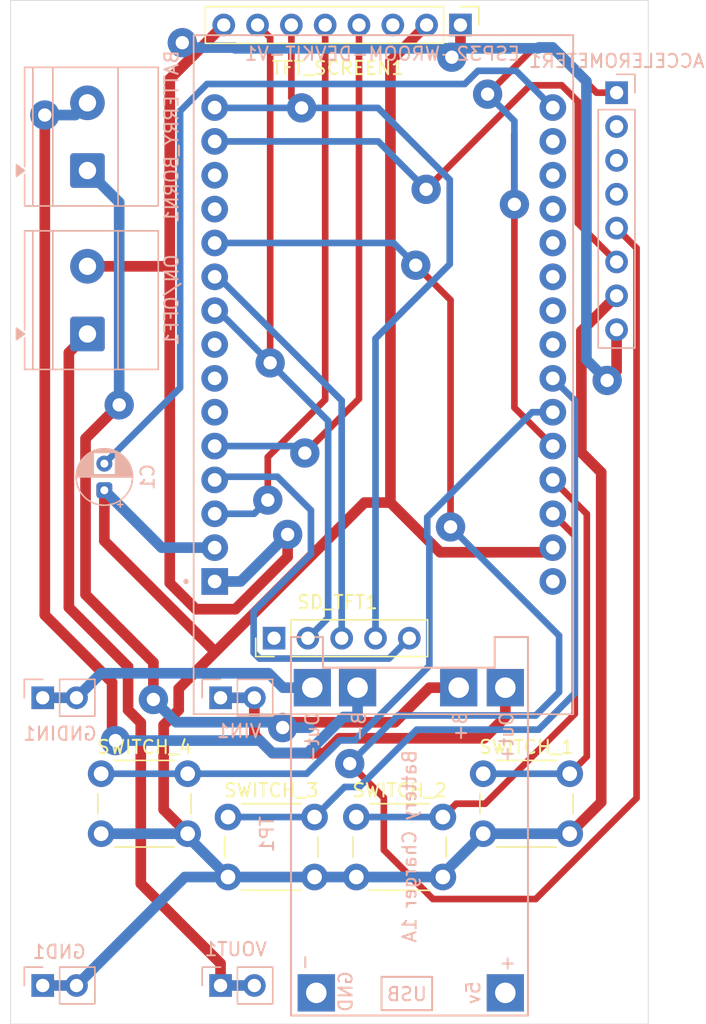
<source format=kicad_pcb>
(kicad_pcb (version 20241229) (generator "pcbnew") (generator_version "9.0")
  (layers (0 "F.Cu" signal) (2 "B.Cu" signal) (13 "F.Paste" user) (15 "B.Paste" user) (5 "F.SilkS" user "F.Silkscreen") (7 "B.SilkS" user "B.Silkscreen") (1 "F.Mask" user) (3 "B.Mask" user) (25 "Edge.Cuts" user))
  (net 0 "")
  (net 1 "VCC_IN")
  (net 2 "VCC")
  (net 4 "TFT_A0")
  (net 5 "SD_MISO")
  (net 6 "Net-(ESP32-WROOM-DEVKIT-V1-EN)")
  (net 9 "AC_SCL")
  (net 12 "SD_MOSI")
  (net 14 "SW_3")
  (net 15 "SW_1")
  (net 17 "SW_2")
  (net 18 "GND")
  (net 19 "TFT_RES")
  (net 21 "AC_SDA")
  (net 22 "SW_4")
  (net 25 "AC_TRIG")
  (net 29 "SD_CS")
  (net 30 "SD_SCK")
  (net 33 "TFT_CS")
  (net 34 "SD_CD")
  (net 35 "BATTERY -")
  (net 36 "BATTERY +")
  (net 37 "GNDIN")
  (net 38 "VIN")
  (footprint "Connector_PinHeader_2.54mm:PinHeader_1x05_P2.54mm_Vertical" (layer "F.Cu") (at 121.99 120.81 90)
    (property "Reference" "SD_TFT1" (at 2.7 4.76 0) (layer "F.SilkS"))
    (property "Value" "~" (hide yes))
    (pad "1" thru_hole rect (at 0 0 90) (size 1.7 1.7) (drill 1) (layers "*.Cu" "*.Mask") (net 34 "SD_CD"))
    (pad "2" thru_hole circle (at 0 2.54 90) (size 1.7 1.7) (drill 1) (layers "*.Cu" "*.Mask") (net 30 "SD_SCK"))
    (pad "3" thru_hole circle (at 0 5.08 90) (size 1.7 1.7) (drill 1) (layers "*.Cu" "*.Mask") (net 5 "SD_MISO"))
    (pad "4" thru_hole circle (at 0 7.62 90) (size 1.7 1.7) (drill 1) (layers "*.Cu" "*.Mask") (net 12 "SD_MOSI"))
    (pad "5" thru_hole circle (at 0 10.16 90) (size 1.7 1.7) (drill 1) (layers "*.Cu" "*.Mask") (net 29 "SD_CS"))
  )
  (footprint "Button_Switch_THT:SW_PUSH_6mm" (layer "F.Cu") (at 128.17 134.23)
    (property "Reference" "SWITCH_2" (at 3.25 -2 0) (layer "F.SilkS"))
    (property "Value" "~" (hide yes))
    (pad "1" thru_hole circle (at 0 0 90) (size 2 2) (drill 1.1) (layers "*.Cu" "*.Mask") (net 17 "SW_2"))
    (pad "1" thru_hole circle (at 6.5 0 90) (size 2 2) (drill 1.1) (layers "*.Cu" "*.Mask") (net 17 "SW_2"))
    (pad "2" thru_hole circle (at 0 4.5 90) (size 2 2) (drill 1.1) (layers "*.Cu" "*.Mask") (net 18 "GND"))
    (pad "2" thru_hole circle (at 6.5 4.5 90) (size 2 2) (drill 1.1) (layers "*.Cu" "*.Mask") (net 18 "GND"))
  )
  (footprint "Button_Switch_THT:SW_PUSH_6mm" (layer "F.Cu") (at 109 130.98)
    (property "Reference" "SWITCH_4" (at 3.25 -2 0) (layer "F.SilkS"))
    (property "Value" "~" (hide yes))
    (pad "1" thru_hole circle (at 0 0 90) (size 2 2) (drill 1.1) (layers "*.Cu" "*.Mask") (net 22 "SW_4"))
    (pad "1" thru_hole circle (at 6.5 0 90) (size 2 2) (drill 1.1) (layers "*.Cu" "*.Mask") (net 22 "SW_4"))
    (pad "2" thru_hole circle (at 0 4.5 90) (size 2 2) (drill 1.1) (layers "*.Cu" "*.Mask") (net 18 "GND"))
    (pad "2" thru_hole circle (at 6.5 4.5 90) (size 2 2) (drill 1.1) (layers "*.Cu" "*.Mask") (net 18 "GND"))
  )
  (footprint "Button_Switch_THT:SW_PUSH_6mm" (layer "F.Cu") (at 137.7 130.98)
    (property "Reference" "SWITCH_1" (at 3.25 -2 0) (layer "F.SilkS"))
    (property "Value" "~" (hide yes))
    (pad "1" thru_hole circle (at 0 0 90) (size 2 2) (drill 1.1) (layers "*.Cu" "*.Mask") (net 15 "SW_1"))
    (pad "1" thru_hole circle (at 6.5 0 90) (size 2 2) (drill 1.1) (layers "*.Cu" "*.Mask") (net 15 "SW_1"))
    (pad "2" thru_hole circle (at 0 4.5 90) (size 2 2) (drill 1.1) (layers "*.Cu" "*.Mask") (net 18 "GND"))
    (pad "2" thru_hole circle (at 6.5 4.5 90) (size 2 2) (drill 1.1) (layers "*.Cu" "*.Mask") (net 18 "GND"))
  )
  (footprint "Button_Switch_THT:SW_PUSH_6mm" (layer "F.Cu") (at 118.53 134.23)
    (property "Reference" "SWITCH_3" (at 3.25 -2 0) (layer "F.SilkS"))
    (property "Value" "~" (hide yes))
    (pad "1" thru_hole circle (at 0 0 90) (size 2 2) (drill 1.1) (layers "*.Cu" "*.Mask") (net 14 "SW_3"))
    (pad "1" thru_hole circle (at 6.5 0 90) (size 2 2) (drill 1.1) (layers "*.Cu" "*.Mask") (net 14 "SW_3"))
    (pad "2" thru_hole circle (at 0 4.5 90) (size 2 2) (drill 1.1) (layers "*.Cu" "*.Mask") (net 18 "GND"))
    (pad "2" thru_hole circle (at 6.5 4.5 90) (size 2 2) (drill 1.1) (layers "*.Cu" "*.Mask") (net 18 "GND"))
  )
  (footprint "Connector_PinHeader_2.54mm:PinHeader_1x08_P2.54mm_Vertical" (layer "F.Cu") (at 135.99 74.8 -90)
    (property "Reference" "TFT_SCREEN1" (at 3.23 9.2 0) (layer "F.SilkS"))
    (property "Value" "~" (hide yes))
    (pad "1" thru_hole rect (at 0 0 270) (size 1.7 1.7) (drill 1) (layers "*.Cu" "*.Mask") (net 2 "VCC"))
    (pad "2" thru_hole circle (at 0 2.54 270) (size 1.7 1.7) (drill 1) (layers "*.Cu" "*.Mask") (net 18 "GND"))
    (pad "3" thru_hole circle (at 0 5.08 270) (size 1.7 1.7) (drill 1) (layers "*.Cu" "*.Mask") (net 33 "TFT_CS"))
    (pad "4" thru_hole circle (at 0 7.62 270) (size 1.7 1.7) (drill 1) (layers "*.Cu" "*.Mask") (net 19 "TFT_RES"))
    (pad "5" thru_hole circle (at 0 10.16 270) (size 1.7 1.7) (drill 1) (layers "*.Cu" "*.Mask") (net 4 "TFT_A0"))
    (pad "6" thru_hole circle (at 0 12.7 270) (size 1.7 1.7) (drill 1) (layers "*.Cu" "*.Mask") (net 12 "SD_MOSI"))
    (pad "7" thru_hole circle (at 0 15.24 270) (size 1.7 1.7) (drill 1) (layers "*.Cu" "*.Mask") (net 30 "SD_SCK"))
    (pad "8" thru_hole circle (at 0 17.78 270) (size 1.7 1.7) (drill 1) (layers "*.Cu" "*.Mask") (net 2 "VCC"))
  )
  (footprint "Connector_PinHeader_2.54mm:PinHeader_1x02_P2.54mm_Vertical" (layer "B.Cu") (at 104.61 146.87 -90)
    (property "Reference" "GND1" (at -2.52 -1.23675 180) (layer "B.SilkS") (effects (justify mirror)))
    (property "Value" "~" (hide yes))
    (pad "1" thru_hole rect (at 0 0 270) (size 1.7 1.7) (drill 1) (layers "*.Cu" "*.Mask") (net 18 "GND"))
    (pad "2" thru_hole circle (at 0 -2.54 270) (size 1.7 1.7) (drill 1) (layers "*.Cu" "*.Mask") (net 18 "GND"))
  )
  (footprint "Connector_PinHeader_2.54mm:PinHeader_1x02_P2.54mm_Vertical" (layer "B.Cu") (at 104.61 125.28 -90)
    (property "Reference" "GNDIN1" (at 2.7 -1.29675 0) (layer "B.SilkS") (effects (justify mirror)))
    (property "Value" "~" (hide yes))
    (pad "1" thru_hole rect (at 0 0 270) (size 1.7 1.7) (drill 1) (layers "*.Cu" "*.Mask") (net 37 "GNDIN"))
    (pad "2" thru_hole circle (at 0 -2.54 270) (size 1.7 1.7) (drill 1) (layers "*.Cu" "*.Mask") (net 37 "GNDIN"))
  )
  (footprint "Connector_PinHeader_2.54mm:PinHeader_1x02_P2.54mm_Vertical" (layer "B.Cu") (at 117.97 146.87 -90)
    (property "Reference" "VOUT1" (at -2.72 -1.13675 180) (layer "B.SilkS") (effects (justify mirror)))
    (property "Value" "~" (hide yes))
    (pad "1" thru_hole rect (at 0 0 270) (size 1.7 1.7) (drill 1) (layers "*.Cu" "*.Mask") (net 1 "VCC_IN"))
    (pad "2" thru_hole circle (at 0 -2.54 270) (size 1.7 1.7) (drill 1) (layers "*.Cu" "*.Mask") (net 1 "VCC_IN"))
  )
  (footprint "Library:MODULE_ESP32_DEVKIT_V1" (layer "B.Cu") (at 130.23 101.04)
    (property "Reference" "ESP32-WROOM-DEVKIT-V1" (at -0.1075 -24.08 180) (layer "B.SilkS") (effects (justify mirror)))
    (property "Value" "~" (hide yes))
    (pad "" np_thru_hole circle (at -12.28 -23.475) (size 0.01 0.01) (drill 0.01) (layers "*.Cu" "*.Mask"))
    (pad "" np_thru_hole circle (at -12.28 23.475) (size 0.01 0.01) (drill 0.01) (layers "*.Cu" "*.Mask"))
    (pad "" np_thru_hole circle (at 12.23 -23.475) (size 0.01 0.01) (drill 0.01) (layers "*.Cu" "*.Mask"))
    (pad "" np_thru_hole circle (at 12.23 23.475) (size 0.01 0.01) (drill 0.01) (layers "*.Cu" "*.Mask"))
    (pad "1" thru_hole rect (at -12.7 15.515) (size 2 2) (drill 1.02) (layers "*.Cu" "*.Mask") (net 2 "VCC"))
    (pad "2" thru_hole circle (at -12.7 12.975) (size 2 2) (drill 1.02) (layers "*.Cu" "*.Mask") (net 18 "GND"))
    (pad "3" thru_hole circle (at -12.7 10.435) (size 2 2) (drill 1.02) (layers "*.Cu" "*.Mask") (net 4 "TFT_A0"))
    (pad "4" thru_hole circle (at -12.7 7.895) (size 2 2) (drill 1.02) (layers "*.Cu" "*.Mask") (net 29 "SD_CS"))
    (pad "5" thru_hole circle (at -12.7 5.355) (size 2 2) (drill 1.02) (layers "*.Cu" "*.Mask") (net 19 "TFT_RES"))
    (pad "6" thru_hole circle (at -12.7 2.815) (size 2 2) (drill 1.02) (layers "*.Cu" "*.Mask"))
    (pad "7" thru_hole circle (at -12.7 0.275) (size 2 2) (drill 1.02) (layers "*.Cu" "*.Mask"))
    (pad "8" thru_hole circle (at -12.7 -2.265) (size 2 2) (drill 1.02) (layers "*.Cu" "*.Mask"))
    (pad "9" thru_hole circle (at -12.7 -4.805) (size 2 2) (drill 1.02) (layers "*.Cu" "*.Mask") (net 30 "SD_SCK"))
    (pad "10" thru_hole circle (at -12.7 -7.345) (size 2 2) (drill 1.02) (layers "*.Cu" "*.Mask") (net 5 "SD_MISO"))
    (pad "11" thru_hole circle (at -12.7 -9.885) (size 2 2) (drill 1.02) (layers "*.Cu" "*.Mask") (net 21 "AC_SDA"))
    (pad "12" thru_hole circle (at -12.7 -12.425) (size 2 2) (drill 1.02) (layers "*.Cu" "*.Mask"))
    (pad "13" thru_hole circle (at -12.7 -14.965) (size 2 2) (drill 1.02) (layers "*.Cu" "*.Mask"))
    (pad "14" thru_hole circle (at -12.7 -17.505) (size 2 2) (drill 1.02) (layers "*.Cu" "*.Mask") (net 9 "AC_SCL"))
    (pad "15" thru_hole circle (at -12.7 -20.045) (size 2 2) (drill 1.02) (layers "*.Cu" "*.Mask") (net 12 "SD_MOSI"))
    (pad "16" thru_hole circle (at 12.7 -20.045) (size 2 2) (drill 1.02) (layers "*.Cu" "*.Mask") (net 6 "Net-(ESP32-WROOM-DEVKIT-V1-EN)"))
    (pad "17" thru_hole circle (at 12.7 -17.505) (size 2 2) (drill 1.02) (layers "*.Cu" "*.Mask"))
    (pad "18" thru_hole circle (at 12.7 -14.965) (size 2 2) (drill 1.02) (layers "*.Cu" "*.Mask"))
    (pad "19" thru_hole circle (at 12.7 -12.425) (size 2 2) (drill 1.02) (layers "*.Cu" "*.Mask"))
    (pad "20" thru_hole circle (at 12.7 -9.885) (size 2 2) (drill 1.02) (layers "*.Cu" "*.Mask"))
    (pad "21" thru_hole circle (at 12.7 -7.345) (size 2 2) (drill 1.02) (layers "*.Cu" "*.Mask"))
    (pad "22" thru_hole circle (at 12.7 -4.805) (size 2 2) (drill 1.02) (layers "*.Cu" "*.Mask"))
    (pad "23" thru_hole circle (at 12.7 -2.265) (size 2 2) (drill 1.02) (layers "*.Cu" "*.Mask"))
    (pad "24" thru_hole circle (at 12.7 0.275) (size 2 2) (drill 1.02) (layers "*.Cu" "*.Mask") (net 14 "SW_3"))
    (pad "25" thru_hole circle (at 12.7 2.815) (size 2 2) (drill 1.02) (layers "*.Cu" "*.Mask") (net 22 "SW_4"))
    (pad "26" thru_hole circle (at 12.7 5.355) (size 2 2) (drill 1.02) (layers "*.Cu" "*.Mask") (net 25 "AC_TRIG"))
    (pad "27" thru_hole circle (at 12.7 7.895) (size 2 2) (drill 1.02) (layers "*.Cu" "*.Mask") (net 15 "SW_1"))
    (pad "28" thru_hole circle (at 12.7 10.435) (size 2 2) (drill 1.02) (layers "*.Cu" "*.Mask") (net 17 "SW_2"))
    (pad "29" thru_hole circle (at 12.7 12.975) (size 2 2) (drill 1.02) (layers "*.Cu" "*.Mask") (net 18 "GND"))
    (pad "30" thru_hole circle (at 12.7 15.515) (size 2 2) (drill 1.02) (layers "*.Cu" "*.Mask"))
  )
  (footprint "Connector_PinHeader_2.54mm:PinHeader_1x02_P2.54mm_Vertical" (layer "B.Cu") (at 117.97 125.28 -90)
    (property "Reference" "VIN1" (at 2.5 -1.38675 180) (layer "B.SilkS") (effects (justify mirror)))
    (property "Value" "~" (hide yes))
    (pad "1" thru_hole rect (at 0 0 270) (size 1.7 1.7) (drill 1) (layers "*.Cu" "*.Mask") (net 38 "VIN"))
    (pad "2" thru_hole circle (at 0 -2.54 270) (size 1.7 1.7) (drill 1) (layers "*.Cu" "*.Mask") (net 38 "VIN"))
  )
  (footprint "Connector_PinHeader_2.54mm:PinHeader_1x08_P2.54mm_Vertical" (layer "B.Cu") (at 147.72 79.88 180)
    (property "Reference" "ACCELEROMETER1" (at 0 2.38 0) (layer "B.SilkS") (effects (justify mirror)))
    (property "Value" "~" (hide yes))
    (pad "1" thru_hole rect (at 0 0 180) (size 1.7 1.7) (drill 1) (layers "*.Cu" "*.Mask") (net 25 "AC_TRIG"))
    (pad "2" thru_hole circle (at 0 -2.54 180) (size 1.7 1.7) (drill 1) (layers "*.Cu" "*.Mask"))
    (pad "3" thru_hole circle (at 0 -5.08 180) (size 1.7 1.7) (drill 1) (layers "*.Cu" "*.Mask"))
    (pad "4" thru_hole circle (at 0 -7.62 180) (size 1.7 1.7) (drill 1) (layers "*.Cu" "*.Mask"))
    (pad "5" thru_hole circle (at 0 -10.16 180) (size 1.7 1.7) (drill 1) (layers "*.Cu" "*.Mask") (net 21 "AC_SDA"))
    (pad "6" thru_hole circle (at 0 -12.7 180) (size 1.7 1.7) (drill 1) (layers "*.Cu" "*.Mask") (net 9 "AC_SCL"))
    (pad "7" thru_hole circle (at 0 -15.24 180) (size 1.7 1.7) (drill 1) (layers "*.Cu" "*.Mask") (net 18 "GND"))
    (pad "8" thru_hole circle (at 0 -17.78 180) (size 1.7 1.7) (drill 1) (layers "*.Cu" "*.Mask") (net 2 "VCC"))
  )
  (footprint "TerminalBlock_Phoenix:TerminalBlock_Phoenix_MKDS-1,5-2-5.08_1x02_P5.08mm_Horizontal" (layer "B.Cu") (at 107.97 97.985 90)
    (property "Reference" "ON/OFF1" (at 2.54 6.32 90) (layer "B.SilkS") (effects (justify mirror)))
    (property "Value" "~")
    (pad "1" thru_hole roundrect (at 0 0 90) (size 2.6 2.6) (drill 1.3) (layers "*.Cu" "*.Mask") (roundrect_rratio 0.096154) (net 1 "VCC_IN"))
    (pad "2" thru_hole circle (at 5.08 0 90) (size 2.6 2.6) (drill 1.3) (layers "*.Cu" "*.Mask") (net 2 "VCC"))
  )
  (footprint "Capacitor_THT:CP_Radial_D4.0mm_P2.00mm" (layer "B.Cu") (at 109.24 109.7126 90)
    (property "Reference" "C1" (at 1 3.25 90) (layer "B.SilkS") (effects (justify mirror)))
    (property "Value" "10uF")
    (pad "1" thru_hole roundrect (at 0 0 90) (size 1.2 1.2) (drill 0.6) (layers "*.Cu" "*.Mask") (roundrect_rratio 0.208333) (net 18 "GND"))
    (pad "2" thru_hole circle (at 2 0 90) (size 1.2 1.2) (drill 0.6) (layers "*.Cu" "*.Mask") (net 6 "Net-(ESP32-WROOM-DEVKIT-V1-EN)"))
  )
  (footprint "TerminalBlock_Phoenix:TerminalBlock_Phoenix_MKDS-1,5-2-5.08_1x02_P5.08mm_Horizontal" (layer "B.Cu") (at 107.97 85.72 90)
    (property "Reference" "BATTERRY_BORN1" (at 2.54 6.32 90) (layer "B.SilkS") (effects (justify mirror)))
    (property "Value" "~")
    (pad "1" thru_hole roundrect (at 0 0 90) (size 2.6 2.6) (drill 1.3) (layers "*.Cu" "*.Mask") (roundrect_rratio 0.096154) (net 36 "BATTERY +"))
    (pad "2" thru_hole circle (at 5.08 0 90) (size 2.6 2.6) (drill 1.3) (layers "*.Cu" "*.Mask") (net 35 "BATTERY -"))
  )
  (footprint "Library:TP4056-18650" (layer "B.Cu") (at 141.0625 149.1225 90)
    (property "Reference" "TP1" (at 13.6 -19.6 90) (layer "B.SilkS") (effects (justify mirror)))
    (property "Value" "~" (hide yes))
    (fp_text user "-" (at 4 -16.8 90) (layer "B.SilkS") (effects (justify mirror)))
    (fp_text user "Out+" (at 20.9 -1.6 90) (layer "B.SilkS") (effects (justify mirror)))
    (fp_text user "Out-" (at 20.9 -16.2 90) (layer "B.SilkS") (effects (justify mirror)))
    (fp_text user "B-" (at 21.7 -12.7 90) (layer "B.SilkS") (effects (justify mirror)))
    (fp_text user "B+" (at 21.7 -5.1 90) (layer "B.SilkS") (effects (justify mirror)))
    (fp_text user "5v" (at 1.7 -4.1 90) (layer "B.SilkS") (effects (justify mirror)))
    (fp_text user "+" (at 3.9 -1.6 90) (layer "B.SilkS") (effects (justify mirror)))
    (fp_text user "Battery Charger 1A" (at 12.7 -8.9 90) (layer "B.SilkS") (effects (justify mirror)))
    (fp_text user "GND" (at 1.8 -13.7 90) (layer "B.SilkS") (effects (justify mirror)))
    (fp_text user "USB" (at 1.6 -9.1 0) (layer "B.SilkS") (effects (justify mirror)))
    (pad "1" thru_hole rect (at 1.7 -1.7 90) (size 2.8 2.8) (drill 1.54) (layers "*.Cu" "*.Mask"))
    (pad "2" thru_hole rect (at 1.7 -15.9 90) (size 2.8 2.8) (drill 1.54) (layers "*.Cu" "*.Mask"))
    (pad "3" thru_hole rect (at 24.6 -1.7 90) (size 2.8 2.8) (drill 1.54) (layers "*.Cu" "*.Mask") (net 38 "VIN"))
    (pad "4" thru_hole rect (at 24.6 -16.2 90) (size 2.8 2.8) (drill 1.54) (layers "*.Cu" "*.Mask") (net 37 "GNDIN"))
    (pad "5" thru_hole rect (at 24.6 -5.2 90) (size 2.8 2.8) (drill 1.54) (layers "*.Cu" "*.Mask") (net 36 "BATTERY +"))
    (pad "6" thru_hole rect (at 24.6 -12.8 90) (size 2.8 2.8) (drill 1.54) (layers "*.Cu" "*.Mask") (net 35 "BATTERY -"))
  )
  (gr_rect (start 102.2 72.95) (end 150.1 149.76) (stroke (width 0.05)) (fill no) (layer "Edge.Cuts"))
  (segment (start 111.9768 127.151) (end 111.9768 139.2251) (width 0.8) (layer "F.Cu") (net 1))
  (segment (start 111.9768 139.2251) (end 117.97 145.2183) (width 0.8) (layer "F.Cu") (net 1))
  (segment (start 117.97 146.87) (end 117.97 145.2183) (width 0.8) (layer "F.Cu") (net 1))
  (segment (start 111.0229 122.9554) (end 111.0229 126.1971) (width 0.8) (layer "F.Cu") (net 1))
  (segment (start 111.0229 126.1971) (end 111.9768 127.151) (width 0.8) (layer "F.Cu") (net 1))
  (segment (start 106.5755 99.3795) (end 106.5755 118.508) (width 0.8) (layer "F.Cu") (net 1))
  (segment (start 106.5755 118.508) (end 111.0229 122.9554) (width 0.8) (layer "F.Cu") (net 1))
  (segment (start 107.97 97.985) (end 106.5755 99.3795) (width 0.8) (layer "F.Cu") (net 1))
  (segment (start 120.51 146.87) (end 117.97 146.87) (width 0.8) (layer "B.Cu") (net 1))
  (segment (start 147.72 100.7599) (end 147.01 101.4699) (width 0.8) (layer "F.Cu") (net 2))
  (segment (start 107.97 92.905) (end 114.1541 92.905) (width 0.8) (layer "F.Cu") (net 2))
  (segment (start 114.1541 116.6727) (end 114.1541 92.905) (width 0.8) (layer "F.Cu") (net 2))
  (segment (start 135.345 77.0967) (end 135.345 77.2169) (width 0.8) (layer "F.Cu") (net 2))
  (segment (start 114.1541 92.905) (end 114.1541 78.8559) (width 0.8) (layer "F.Cu") (net 2))
  (segment (start 115.989 77.021) (end 118.21 74.8) (width 0.8) (layer "F.Cu") (net 2))
  (segment (start 123.009 113.0254) (end 123.009 114.7097) (width 0.8) (layer "F.Cu") (net 2))
  (segment (start 115.989 77.021) (end 115.096 76.128) (width 0.8) (layer "F.Cu") (net 2))
  (segment (start 135.99 74.8) (end 135.99 76.4517) (width 0.8) (layer "F.Cu") (net 2))
  (segment (start 147.72 97.66) (end 147.72 100.7599) (width 0.8) (layer "F.Cu") (net 2))
  (segment (start 135.99 76.4517) (end 135.345 77.0967) (width 0.8) (layer "F.Cu") (net 2))
  (segment (start 116.1148 118.6334) (end 114.1541 116.6727) (width 0.8) (layer "F.Cu") (net 2))
  (segment (start 114.1541 78.8559) (end 115.989 77.021) (width 0.8) (layer "F.Cu") (net 2))
  (segment (start 119.0853 118.6334) (end 116.1148 118.6334) (width 0.8) (layer "F.Cu") (net 2))
  (segment (start 123.009 114.7097) (end 119.0853 118.6334) (width 0.8) (layer "F.Cu") (net 2))
  (via (at 123.009 113.0254) (size 2.2) (drill 1) (layers "F.Cu" "B.Cu") (net 2))
  (via (at 147.01 101.4699) (size 2.2) (drill 1) (layers "F.Cu" "B.Cu") (net 2))
  (via (at 135.345 77.2169) (size 2.2) (drill 1) (layers "F.Cu" "B.Cu") (net 2))
  (via (at 115.096 76.128) (size 2.2) (drill 1) (layers "F.Cu" "B.Cu") (net 2))
  (segment (start 117.53 116.555) (end 119.4794 116.555) (width 0.8) (layer "B.Cu") (net 2))
  (segment (start 145.4525 99.9124) (end 147.01 101.4699) (width 0.8) (layer "B.Cu") (net 2))
  (segment (start 119.4794 116.555) (end 123.009 113.0254) (width 0.8) (layer "B.Cu") (net 2))
  (segment (start 142.911 76.4832) (end 145.4525 79.0247) (width 0.8) (layer "B.Cu") (net 2))
  (segment (start 145.4525 79.0247) (end 145.4525 99.9124) (width 0.8) (layer "B.Cu") (net 2))
  (segment (start 115.4629 76.4949) (end 119.0052 76.4949) (width 0.8) (layer "B.Cu") (net 2))
  (segment (start 141.8247 76.5513) (end 141.8928 76.4832) (width 0.8) (layer "B.Cu") (net 2))
  (segment (start 119.0616 76.5513) (end 135.345 76.5513) (width 0.8) (layer "B.Cu") (net 2))
  (segment (start 119.0052 76.4949) (end 119.0616 76.5513) (width 0.8) (layer "B.Cu") (net 2))
  (segment (start 135.345 77.2169) (end 135.345 76.5513) (width 0.8) (layer "B.Cu") (net 2))
  (segment (start 115.096 76.128) (end 115.4629 76.4949) (width 0.8) (layer "B.Cu") (net 2))
  (segment (start 141.8928 76.4832) (end 142.911 76.4832) (width 0.8) (layer "B.Cu") (net 2))
  (segment (start 135.345 76.5513) (end 141.8247 76.5513) (width 0.8) (layer "B.Cu") (net 2))
  (segment (start 121.5188 107.2214) (end 121.5188 110.4467) (width 0.5) (layer "F.Cu") (net 4))
  (segment (start 125.83 102.9102) (end 121.5188 107.2214) (width 0.5) (layer "F.Cu") (net 4))
  (segment (start 125.83 74.8) (end 125.83 102.9102) (width 0.5) (layer "F.Cu") (net 4))
  (via (at 121.5188 110.4467) (size 2.2) (drill 1) (layers "F.Cu" "B.Cu") (net 4))
  (segment (start 120.4905 111.475) (end 121.5188 110.4467) (width 0.5) (layer "B.Cu") (net 4))
  (segment (start 117.53 111.475) (end 120.4905 111.475) (width 0.5) (layer "B.Cu") (net 4))
  (segment (start 117.7837 93.695) (end 117.53 93.695) (width 0.5) (layer "B.Cu") (net 5))
  (segment (start 127.07 120.81) (end 127.07 102.9813) (width 0.5) (layer "B.Cu") (net 5))
  (segment (start 127.07 102.9813) (end 117.7837 93.695) (width 0.5) (layer "B.Cu") (net 5))
  (segment (start 114.9317 102.0209) (end 109.24 107.7126) (width 0.5) (layer "B.Cu") (net 6))
  (segment (start 114.9317 81.2535) (end 114.9317 102.0209) (width 0.5) (layer "B.Cu") (net 6))
  (segment (start 116.9567 79.2285) (end 114.9317 81.2535) (width 0.5) (layer "B.Cu") (net 6))
  (segment (start 137.3045 78.2383) (end 136.3143 79.2285) (width 0.5) (layer "B.Cu") (net 6))
  (segment (start 136.3143 79.2285) (end 116.9567 79.2285) (width 0.5) (layer "B.Cu") (net 6))
  (segment (start 140.1733 78.2383) (end 137.3045 78.2383) (width 0.5) (layer "B.Cu") (net 6))
  (segment (start 142.93 80.995) (end 140.1733 78.2383) (width 0.5) (layer "B.Cu") (net 6))
  (segment (start 144.8135 89.6735) (end 147.72 92.58) (width 0.5) (layer "F.Cu") (net 9))
  (segment (start 144.8135 80.5376) (end 144.8135 89.6735) (width 0.5) (layer "F.Cu") (net 9))
  (segment (start 141.2189 79.3256) (end 143.6015 79.3256) (width 0.5) (layer "F.Cu") (net 9))
  (segment (start 143.6015 79.3256) (end 144.8135 80.5376) (width 0.5) (layer "F.Cu") (net 9))
  (segment (start 133.4135 87.131) (end 141.2189 79.3256) (width 0.5) (layer "F.Cu") (net 9))
  (via (at 133.4135 87.131) (size 2.2) (drill 1) (layers "F.Cu" "B.Cu") (net 9))
  (segment (start 129.8175 83.535) (end 133.4135 87.131) (width 0.5) (layer "B.Cu") (net 9))
  (segment (start 117.53 83.535) (end 129.8175 83.535) (width 0.5) (layer "B.Cu") (net 9))
  (segment (start 123.29 80.2526) (end 123.29 74.8) (width 0.5) (layer "F.Cu") (net 12))
  (segment (start 124.0583 81.0209) (end 123.29 80.2526) (width 0.5) (layer "F.Cu") (net 12))
  (via (at 124.0583 81.0209) (size 2.2) (drill 1) (layers "F.Cu" "B.Cu") (net 12))
  (segment (start 129.7971 81.0209) (end 124.0583 81.0209) (width 0.5) (layer "B.Cu") (net 12))
  (segment (start 117.5559 81.0209) (end 117.53 80.995) (width 0.5) (layer "B.Cu") (net 12))
  (segment (start 135.1882 92.745) (end 135.1882 86.412) (width 0.5) (layer "B.Cu") (net 12))
  (segment (start 135.1882 86.412) (end 129.7971 81.0209) (width 0.5) (layer "B.Cu") (net 12))
  (segment (start 129.61 98.3232) (end 135.1882 92.745) (width 0.5) (layer "B.Cu") (net 12))
  (segment (start 124.0583 81.0209) (end 117.5559 81.0209) (width 0.5) (layer "B.Cu") (net 12))
  (segment (start 129.61 120.81) (end 129.61 98.3232) (width 0.5) (layer "B.Cu") (net 12))
  (segment (start 125.03 134.23) (end 127.2861 131.9739) (width 0.5) (layer "B.Cu") (net 14))
  (segment (start 125.03 134.23) (end 118.53 134.23) (width 0.5) (layer "B.Cu") (net 14))
  (segment (start 127.2861 131.9739) (end 128.399 131.9739) (width 0.5) (layer "B.Cu") (net 14))
  (segment (start 128.399 131.9739) (end 132.6999 127.673) (width 0.5) (layer "B.Cu") (net 14))
  (segment (start 144.5869 102.9719) (end 142.93 101.315) (width 0.5) (layer "B.Cu") (net 14))
  (segment (start 144.5869 124.9458) (end 144.5869 102.9719) (width 0.5) (layer "B.Cu") (net 14))
  (segment (start 141.8597 127.673) (end 144.5869 124.9458) (width 0.5) (layer "B.Cu") (net 14))
  (segment (start 132.6999 127.673) (end 141.8597 127.673) (width 0.5) (layer "B.Cu") (net 14))
  (segment (start 145.4849 111.4899) (end 145.4849 129.6951) (width 0.5) (layer "F.Cu") (net 15))
  (segment (start 145.4849 129.6951) (end 144.2 130.98) (width 0.5) (layer "F.Cu") (net 15))
  (segment (start 142.93 108.935) (end 145.4849 111.4899) (width 0.5) (layer "F.Cu") (net 15))
  (segment (start 137.7 130.98) (end 144.2 130.98) (width 0.5) (layer "B.Cu") (net 15))
  (segment (start 142.93 111.475) (end 144.5817 113.1267) (width 0.5) (layer "F.Cu") (net 17))
  (segment (start 135.67 133.23) (end 134.67 134.23) (width 0.5) (layer "F.Cu") (net 17))
  (segment (start 144.5817 113.1267) (end 144.5817 126.4953) (width 0.5) (layer "F.Cu") (net 17))
  (segment (start 144.5817 126.4953) (end 137.847 133.23) (width 0.5) (layer "F.Cu") (net 17))
  (segment (start 137.847 133.23) (end 135.67 133.23) (width 0.5) (layer "F.Cu") (net 17))
  (segment (start 128.17 134.23) (end 134.67 134.23) (width 0.5) (layer "B.Cu") (net 17))
  (segment (start 147.72 95.12) (end 145.0742 97.7658) (width 0.8) (layer "F.Cu") (net 18))
  (segment (start 117.5734 121.8448) (end 109.24 113.5114) (width 0.8) (layer "F.Cu") (net 18))
  (segment (start 146.565 108.3651) (end 146.565 133.115) (width 0.8) (layer "F.Cu") (net 18))
  (segment (start 130.731 77.519) (end 130.731 110.6344) (width 0.8) (layer "F.Cu") (net 18))
  (segment (start 134.46 114.3634) (end 142.5816 114.3634) (width 0.8) (layer "F.Cu") (net 18))
  (segment (start 145.0742 97.7658) (end 145.0742 106.8743) (width 0.8) (layer "F.Cu") (net 18))
  (segment (start 128.7838 110.6344) (end 130.731 110.6344) (width 0.8) (layer "F.Cu") (net 18))
  (segment (start 117.5734 121.8448) (end 128.7838 110.6344) (width 0.8) (layer "F.Cu") (net 18))
  (segment (start 130.731 110.6344) (end 134.46 114.3634) (width 0.8) (layer "F.Cu") (net 18))
  (segment (start 115.5 135.48) (end 113.6967 133.6767) (width 0.8) (layer "F.Cu") (net 18))
  (segment (start 133.45 74.8) (end 130.731 77.519) (width 0.8) (layer "F.Cu") (net 18))
  (segment (start 145.0742 106.8743) (end 146.565 108.3651) (width 0.8) (layer "F.Cu") (net 18))
  (segment (start 113.6967 127.3268) (end 114.8263 126.1972) (width 0.8) (layer "F.Cu") (net 18))
  (segment (start 142.5816 114.3634) (end 142.93 114.015) (width 0.8) (layer "F.Cu") (net 18))
  (segment (start 146.565 133.115) (end 144.2 135.48) (width 0.8) (layer "F.Cu") (net 18))
  (segment (start 114.8263 124.5919) (end 117.5734 121.8448) (width 0.8) (layer "F.Cu") (net 18))
  (segment (start 113.6967 133.6767) (end 113.6967 127.3268) (width 0.8) (layer "F.Cu") (net 18))
  (segment (start 109.24 113.5114) (end 109.24 109.7126) (width 0.8) (layer "F.Cu") (net 18))
  (segment (start 114.8263 126.1972) (end 114.8263 124.5919) (width 0.8) (layer "F.Cu") (net 18))
  (segment (start 107.15 146.87) (end 104.61 146.87) (width 0.8) (layer "B.Cu") (net 18))
  (segment (start 115.29 138.73) (end 118.53 138.73) (width 0.8) (layer "B.Cu") (net 18))
  (segment (start 137.7 135.48) (end 144.2 135.48) (width 0.8) (layer "B.Cu") (net 18))
  (segment (start 134.67 138.51) (end 137.7 135.48) (width 0.8) (layer "B.Cu") (net 18))
  (segment (start 115.5 135.48) (end 115.5 135.7) (width 0.8) (layer "B.Cu") (net 18))
  (segment (start 107.15 146.87) (end 115.29 138.73) (width 0.8) (layer "B.Cu") (net 18))
  (segment (start 125.03 138.73) (end 128.17 138.73) (width 0.8) (layer "B.Cu") (net 18))
  (segment (start 115.5 135.48) (end 109 135.48) (width 0.8) (layer "B.Cu") (net 18))
  (segment (start 134.67 138.73) (end 128.17 138.73) (width 0.8) (layer "B.Cu") (net 18))
  (segment (start 113.5424 114.015) (end 109.24 109.7126) (width 0.8) (layer "B.Cu") (net 18))
  (segment (start 115.5 135.7) (end 118.53 138.73) (width 0.8) (layer "B.Cu") (net 18))
  (segment (start 117.53 114.015) (end 113.5424 114.015) (width 0.8) (layer "B.Cu") (net 18))
  (segment (start 134.67 138.73) (end 134.67 138.51) (width 0.8) (layer "B.Cu") (net 18))
  (segment (start 118.53 138.73) (end 125.03 138.73) (width 0.8) (layer "B.Cu") (net 18))
  (segment (start 128.37 102.8475) (end 128.37 74.8) (width 0.5) (layer "F.Cu") (net 19))
  (segment (start 124.3012 106.9163) (end 128.37 102.8475) (width 0.5) (layer "F.Cu") (net 19))
  (via (at 124.3012 106.9163) (size 2.2) (drill 1) (layers "F.Cu" "B.Cu") (net 19))
  (segment (start 123.7799 106.395) (end 124.3012 106.9163) (width 0.5) (layer "B.Cu") (net 19))
  (segment (start 117.53 106.395) (end 123.7799 106.395) (width 0.5) (layer "B.Cu") (net 19))
  (segment (start 149.2217 91.5417) (end 149.2217 132.8077) (width 0.5) (layer "F.Cu") (net 21))
  (segment (start 130.2359 136.6941) (end 130.2359 132.7848) (width 0.5) (layer "F.Cu") (net 21))
  (segment (start 130.2359 132.7848) (end 127.6733 130.2222) (width 0.5) (layer "F.Cu") (net 21))
  (segment (start 149.2217 132.8077) (end 141.6477 140.3817) (width 0.5) (layer "F.Cu") (net 21))
  (segment (start 141.6477 140.3817) (end 133.9235 140.3817) (width 0.5) (layer "F.Cu") (net 21))
  (segment (start 133.9235 140.3817) (end 130.2359 136.6941) (width 0.5) (layer "F.Cu") (net 21))
  (segment (start 135.2477 95.4381) (end 132.6327 92.8231) (width 0.5) (layer "F.Cu") (net 21))
  (segment (start 147.72 90.04) (end 149.2217 91.5417) (width 0.5) (layer "F.Cu") (net 21))
  (segment (start 135.2477 112.4617) (end 135.2477 95.4381) (width 0.5) (layer "F.Cu") (net 21))
  (via (at 135.2477 112.4617) (size 2.2) (drill 1) (layers "F.Cu" "B.Cu") (net 21))
  (via (at 127.6733 130.2222) (size 2.2) (drill 1) (layers "F.Cu" "B.Cu") (net 21))
  (via (at 132.6327 92.8231) (size 2.2) (drill 1) (layers "F.Cu" "B.Cu") (net 21))
  (segment (start 130.9646 91.155) (end 132.6327 92.8231) (width 0.5) (layer "B.Cu") (net 21))
  (segment (start 127.6733 130.2222) (end 131.2833 126.6122) (width 0.5) (layer "B.Cu") (net 21))
  (segment (start 143.4002 124.8572) (end 143.4002 120.6142) (width 0.5) (layer "B.Cu") (net 21))
  (segment (start 141.6452 126.6122) (end 143.4002 124.8572) (width 0.5) (layer "B.Cu") (net 21))
  (segment (start 143.4002 120.6142) (end 135.2477 112.4617) (width 0.5) (layer "B.Cu") (net 21))
  (segment (start 131.2833 126.6122) (end 141.6452 126.6122) (width 0.5) (layer "B.Cu") (net 21))
  (segment (start 117.53 91.155) (end 130.9646 91.155) (width 0.5) (layer "B.Cu") (net 21))
  (segment (start 133.496 111.7361) (end 133.496 113.1873) (width 0.5) (layer "B.Cu") (net 22))
  (segment (start 141.3771 103.855) (end 133.496 111.7361) (width 0.5) (layer "B.Cu") (net 22))
  (segment (start 133.6541 122.8769) (end 128.0605 128.4705) (width 0.5) (layer "B.Cu") (net 22))
  (segment (start 142.93 103.855) (end 141.3771 103.855) (width 0.5) (layer "B.Cu") (net 22))
  (segment (start 128.0605 128.4705) (end 126.9477 128.4705) (width 0.5) (layer "B.Cu") (net 22))
  (segment (start 124.4382 130.98) (end 115.5 130.98) (width 0.5) (layer "B.Cu") (net 22))
  (segment (start 133.496 113.1873) (end 133.6541 113.3454) (width 0.5) (layer "B.Cu") (net 22))
  (segment (start 133.6541 113.3454) (end 133.6541 122.8769) (width 0.5) (layer "B.Cu") (net 22))
  (segment (start 126.9477 128.4705) (end 124.4382 130.98) (width 0.5) (layer "B.Cu") (net 22))
  (segment (start 109 130.98) (end 115.5 130.98) (width 0.5) (layer "B.Cu") (net 22))
  (segment (start 142.9823 76.644) (end 146.2183 79.88) (width 0.5) (layer "F.Cu") (net 25))
  (segment (start 140.0437 88.2569) (end 140.0437 82.9807) (width 0.5) (layer "F.Cu") (net 25))
  (segment (start 140.0437 82.9807) (end 140.0437 88.2569) (width 0.5) (layer "F.Cu") (net 25))
  (segment (start 141.3761 76.644) (end 142.9823 76.644) (width 0.5) (layer "F.Cu") (net 25))
  (segment (start 147.72 79.88) (end 146.2183 79.88) (width 0.5) (layer "F.Cu") (net 25))
  (segment (start 140.0437 88.2569) (end 140.0437 103.5087) (width 0.5) (layer "F.Cu") (net 25))
  (segment (start 140.0437 103.5087) (end 142.93 106.395) (width 0.5) (layer "F.Cu") (net 25))
  (segment (start 138.0301 79.99) (end 141.3761 76.644) (width 0.5) (layer "F.Cu") (net 25))
  (via (at 138.0301 79.99) (size 2.2) (drill 1) (layers "F.Cu" "B.Cu") (net 25))
  (via (at 140.0437 88.2569) (size 2.2) (drill 1) (layers "F.Cu" "B.Cu") (net 25))
  (segment (start 140.0437 88.2569) (end 140.0437 82.0036) (width 0.5) (layer "B.Cu") (net 25))
  (segment (start 140.0437 88.2569) (end 140.0437 82.9807) (width 0.5) (layer "B.Cu") (net 25))
  (segment (start 140.0437 82.0036) (end 138.0301 79.99) (width 0.5) (layer "B.Cu") (net 25))
  (segment (start 140.0437 82.9807) (end 140.0437 88.2569) (width 0.5) (layer "B.Cu") (net 25))
  (segment (start 120.4569 118.8048) (end 120.4569 121.8986) (width 0.5) (layer "B.Cu") (net 29))
  (segment (start 124.7608 111.2113) (end 124.7608 114.5009) (width 0.5) (layer "B.Cu") (net 29))
  (segment (start 120.4569 121.8986) (end 120.8971 122.3388) (width 0.5) (layer "B.Cu") (net 29))
  (segment (start 120.8971 122.3388) (end 130.6212 122.3388) (width 0.5) (layer "B.Cu") (net 29))
  (segment (start 130.6212 122.3388) (end 132.15 120.81) (width 0.5) (layer "B.Cu") (net 29))
  (segment (start 122.2445 108.695) (end 124.7608 111.2113) (width 0.5) (layer "B.Cu") (net 29))
  (segment (start 117.77 108.695) (end 122.2445 108.695) (width 0.5) (layer "B.Cu") (net 29))
  (segment (start 117.53 108.935) (end 117.77 108.695) (width 0.5) (layer "B.Cu") (net 29))
  (segment (start 124.7608 114.5009) (end 120.4569 118.8048) (width 0.5) (layer "B.Cu") (net 29))
  (segment (start 121.6973 75.7473) (end 120.75 74.8) (width 0.5) (layer "F.Cu") (net 30))
  (segment (start 121.6973 100.1508) (end 121.6973 75.7473) (width 0.5) (layer "F.Cu") (net 30))
  (via (at 121.6973 100.1508) (size 2.2) (drill 1) (layers "F.Cu" "B.Cu") (net 30))
  (segment (start 126.0529 119.2871) (end 126.0529 104.5064) (width 0.5) (layer "B.Cu") (net 30))
  (segment (start 126.0529 104.5064) (end 121.6973 100.1508) (width 0.5) (layer "B.Cu") (net 30))
  (segment (start 117.7815 96.235) (end 117.53 96.235) (width 0.5) (layer "B.Cu") (net 30))
  (segment (start 121.6973 100.1508) (end 117.7815 96.235) (width 0.5) (layer "B.Cu") (net 30))
  (segment (start 124.53 120.81) (end 126.0529 119.2871) (width 0.5) (layer "B.Cu") (net 30))
  (segment (start 109.8212 128.2403) (end 110.0751 128.4942) (width 0.8) (layer "F.Cu") (net 35))
  (segment (start 109.8212 124.1237) (end 109.8212 128.2403) (width 0.8) (layer "F.Cu") (net 35))
  (segment (start 104.768 119.0705) (end 109.8212 124.1237) (width 0.8) (layer "F.Cu") (net 35))
  (segment (start 104.768 81.5556) (end 104.768 119.0705) (width 0.8) (layer "F.Cu") (net 35))
  (via (at 104.768 81.5556) (size 2.2) (drill 1) (layers "F.Cu" "B.Cu") (net 35))
  (via (at 110.0751 128.4942) (size 2.2) (drill 1) (layers "F.Cu" "B.Cu") (net 35))
  (segment (start 124.513 129.4178) (end 121.8481 129.4178) (width 0.8) (layer "B.Cu") (net 35))
  (segment (start 104.768 81.5556) (end 107.0544 81.5556) (width 0.8) (layer "B.Cu") (net 35))
  (segment (start 120.9245 128.4942) (end 110.0751 128.4942) (width 0.8) (layer "B.Cu") (net 35))
  (segment (start 128.2625 124.5225) (end 128.2625 126.7242) (width 0.8) (layer "B.Cu") (net 35))
  (segment (start 121.8481 129.4178) (end 120.9245 128.4942) (width 0.8) (layer "B.Cu") (net 35))
  (segment (start 107.0544 81.5556) (end 107.97 80.64) (width 0.8) (layer "B.Cu") (net 35))
  (segment (start 128.2625 126.7242) (end 127.2066 126.7242) (width 0.8) (layer "B.Cu") (net 35))
  (segment (start 127.2066 126.7242) (end 124.513 129.4178) (width 0.8) (layer "B.Cu") (net 35))
  (segment (start 133.6608 124.5225) (end 131.0645 127.1188) (width 0.8) (layer "F.Cu") (net 36))
  (segment (start 135.8625 124.5225) (end 133.6608 124.5225) (width 0.8) (layer "F.Cu") (net 36))
  (segment (start 112.9246 125.4094) (end 112.9246 122.6328) (width 0.8) (layer "F.Cu") (net 36))
  (segment (start 107.828 105.8307) (end 110.355 103.3037) (width 0.8) (layer "F.Cu") (net 36))
  (segment (start 107.828 117.5362) (end 107.828 105.8307) (width 0.8) (layer "F.Cu") (net 36))
  (segment (start 112.9246 122.6328) (end 107.828 117.5362) (width 0.8) (layer "F.Cu") (net 36))
  (segment (start 131.0645 127.1188) (end 123.0331 127.1188) (width 0.8) (layer "F.Cu") (net 36))
  (segment (start 123.0331 127.1188) (end 122.6358 127.5161) (width 0.8) (layer "F.Cu") (net 36))
  (via (at 122.6358 127.5161) (size 2.2) (drill 1) (layers "F.Cu" "B.Cu") (net 36))
  (via (at 112.9246 125.4094) (size 2.2) (drill 1) (layers "F.Cu" "B.Cu") (net 36))
  (via (at 110.355 103.3037) (size 2.2) (drill 1) (layers "F.Cu" "B.Cu") (net 36))
  (segment (start 110.355 88.105) (end 107.97 85.72) (width 0.8) (layer "B.Cu") (net 36))
  (segment (start 122.6358 127.5161) (end 124.6352 127.5161) (width 0.8) (layer "B.Cu") (net 36))
  (segment (start 122.2318 127.1121) (end 122.6358 127.5161) (width 0.8) (layer "B.Cu") (net 36))
  (segment (start 112.9246 125.4094) (end 114.6273 127.1121) (width 0.8) (layer "B.Cu") (net 36))
  (segment (start 110.355 103.3037) (end 110.355 88.105) (width 0.8) (layer "B.Cu") (net 36))
  (segment (start 124.6352 127.5161) (end 122.6358 127.5161) (width 0.8) (layer "B.Cu") (net 36))
  (segment (start 114.6273 127.1121) (end 122.2318 127.1121) (width 0.8) (layer "B.Cu") (net 36))
  (segment (start 124.8625 124.5225) (end 122.6608 124.5225) (width 0.8) (layer "B.Cu") (net 37))
  (segment (start 107.15 125.28) (end 108.9888 123.4412) (width 0.8) (layer "B.Cu") (net 37))
  (segment (start 121.5795 123.4412) (end 122.6608 124.5225) (width 0.8) (layer "B.Cu") (net 37))
  (segment (start 104.61 125.28) (end 107.15 125.28) (width 0.8) (layer "B.Cu") (net 37))
  (segment (start 108.9888 123.4412) (end 121.5795 123.4412) (width 0.8) (layer "B.Cu") (net 37))
  (segment (start 120.51 128.0797) (end 120.51 125.28) (width 0.8) (layer "F.Cu") (net 38))
  (segment (start 139.3625 124.5225) (end 139.3625 126.7242) (width 0.8) (layer "F.Cu") (net 38))
  (segment (start 121.8673 129.437) (end 120.51 128.0797) (width 0.8) (layer "F.Cu") (net 38))
  (segment (start 126.8856 128.3205) (end 125.7691 129.437) (width 0.8) (layer "F.Cu") (net 38))
  (segment (start 125.7691 129.437) (end 121.8673 129.437) (width 0.8) (layer "F.Cu") (net 38))
  (segment (start 137.7662 128.3205) (end 126.8856 128.3205) (width 0.8) (layer "F.Cu") (net 38))
  (segment (start 139.3625 126.7242) (end 137.7662 128.3205) (width 0.8) (layer "F.Cu") (net 38))
  (segment (start 120.51 125.28) (end 117.97 125.28) (width 0.8) (layer "B.Cu") (net 38))
)
</source>
